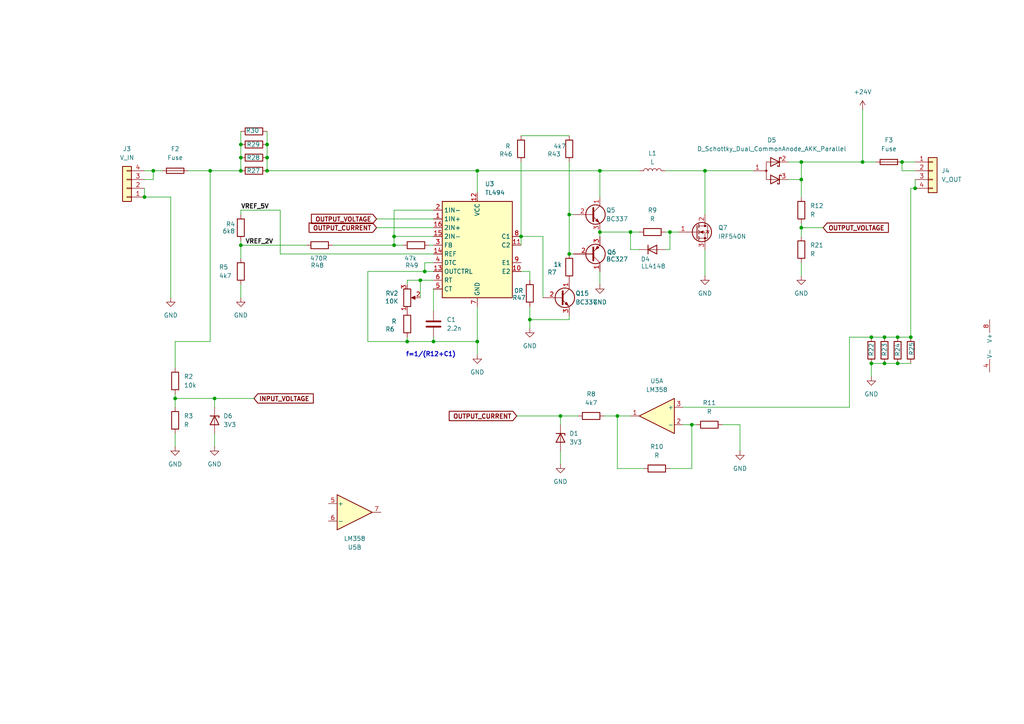
<source format=kicad_sch>
(kicad_sch (version 20231120) (generator "eeschema") (generator_version "8.0")
  (paper "A4")
  (lib_symbols
    (symbol "Amplifier_Operational:LM358" (pin_names (offset 0.127))
      (property "Reference" "U" (at 0 5.08 0))
      (property "Value" "LM358" (at 0 -5.08 0))
      (symbol "LM358_1_1"
        (polyline (pts (xy -5.08 5.08) (xy 5.08 0) (xy -5.08 -5.08) (xy -5.08 5.08)) (stroke (width 0.254)) (fill (type background)))
        (pin output line (at 7.62 0 180) (length 2.54) (name "~") (number "1"))
        (pin input line (at -7.62 -2.54 0) (length 2.54) (name "-") (number "2"))
        (pin input line (at -7.62 2.54 0) (length 2.54) (name "+") (number "3"))
      )
      (symbol "LM358_2_1"
        (polyline (pts (xy -5.08 5.08) (xy 5.08 0) (xy -5.08 -5.08) (xy -5.08 5.08)) (stroke (width 0.254)) (fill (type background)))
        (pin input line (at -7.62 2.54 0) (length 2.54) (name "+") (number "5"))
        (pin input line (at -7.62 -2.54 0) (length 2.54) (name "-") (number "6"))
        (pin output line (at 7.62 0 180) (length 2.54) (name "~") (number "7"))
      )
      (symbol "LM358_3_1"
        (pin power_in line (at -2.54 -7.62 90) (length 3.81) (name "V-") (number "4"))
        (pin power_in line (at -2.54 7.62 270) (length 3.81) (name "V+") (number "8"))
      )
    )
    (symbol "Connector_Generic:Conn_01x04" (pin_names (offset 1.016) hide)
      (property "Reference" "J" (at 0 5.08 0))
      (property "Value" "Conn_01x04" (at 0 -7.62 0))
      (symbol "Conn_01x04_1_1"
        (rectangle (start -1.27 -4.953) (end 0 -5.207) (stroke (width 0.1524)))
        (rectangle (start -1.27 -2.413) (end 0 -2.667) (stroke (width 0.1524)))
        (rectangle (start -1.27 0.127) (end 0 -0.127) (stroke (width 0.1524)))
        (rectangle (start -1.27 2.667) (end 0 2.413) (stroke (width 0.1524)))
        (rectangle (start -1.27 3.81) (end 1.27 -6.35) (stroke (width 0.254)) (fill (type background)))
        (pin passive line (at -5.08 2.54 0) (length 3.81) (name "Pin_1") (number "1"))
        (pin passive line (at -5.08 0 0) (length 3.81) (name "Pin_2") (number "2"))
        (pin passive line (at -5.08 -2.54 0) (length 3.81) (name "Pin_3") (number "3"))
        (pin passive line (at -5.08 -5.08 0) (length 3.81) (name "Pin_4") (number "4"))
      )
    )
    (symbol "Device:C" (pin_numbers hide) (pin_names (offset 0.254))
      (property "Reference" "C" (at 0.635 2.54 0))
      (property "Value" "C" (at 0.635 -2.54 0))
      (symbol "C_0_1"
        (polyline (pts (xy -2.032 -0.762) (xy 2.032 -0.762)) (stroke (width 0.508)))
        (polyline (pts (xy -2.032 0.762) (xy 2.032 0.762)) (stroke (width 0.508)))
      )
      (symbol "C_1_1"
        (pin passive line (at 0 3.81 270) (length 2.794) (name "~") (number "1"))
        (pin passive line (at 0 -3.81 90) (length 2.794) (name "~") (number "2"))
      )
    )
    (symbol "Device:D_Schottky_Dual_CommonAnode_AKK_Parallel" (pin_names (offset 0.762) hide)
      (property "Reference" "D" (at 0 5.08 0))
      (property "Value" "D_Schottky_Dual_CommonAnode_AKK_Parallel" (at 0 -5.08 0))
      (symbol "D_Schottky_Dual_CommonAnode_AKK_Parallel_0_1"
        (circle (center -1.27 0) (radius 0.254) (fill (type outline)))
        (polyline (pts (xy -1.27 0) (xy -2.54 0)))
        (polyline (pts (xy 2.54 2.54) (xy -1.27 2.54) (xy -1.27 -2.54) (xy 2.54 -2.54)))
        (polyline (pts (xy 0 -1.27) (xy 2.54 -2.54) (xy 0 -3.81) (xy 0 -1.27) (xy 0 -1.27) (xy 0 -1.27)) (stroke (width 0.254)))
        (polyline (pts (xy 0 3.81) (xy 2.54 2.54) (xy 0 1.27) (xy 0 3.81) (xy 0 3.81) (xy 0 3.81)) (stroke (width 0.254)))
        (polyline (pts (xy 3.048 -1.524) (xy 3.048 -1.27) (xy 2.54 -1.27) (xy 2.54 -3.81) (xy 2.032 -3.81) (xy 2.032 -3.556)) (stroke (width 0.254)))
        (polyline (pts (xy 3.048 3.556) (xy 3.048 3.81) (xy 2.54 3.81) (xy 2.54 1.27) (xy 2.032 1.27) (xy 2.032 1.524)) (stroke (width 0.254)))
        (pin passive line (at -5.08 0 0) (length 2.54) (name "A") (number "1"))
        (pin passive line (at 5.08 2.54 180) (length 2.54) (name "K") (number "2"))
        (pin passive line (at 5.08 -2.54 180) (length 2.54) (name "K") (number "3"))
      )
    )
    (symbol "Device:D_Zener" (pin_numbers hide) (pin_names (offset 1.016) hide)
      (property "Reference" "D" (at 0 2.54 0))
      (property "Value" "D_Zener" (at 0 -2.54 0))
      (symbol "D_Zener_0_1"
        (polyline (pts (xy 1.27 0) (xy -1.27 0)))
        (polyline (pts (xy -1.27 -1.27) (xy -1.27 1.27) (xy -0.762 1.27)) (stroke (width 0.254)))
        (polyline (pts (xy 1.27 -1.27) (xy 1.27 1.27) (xy -1.27 0) (xy 1.27 -1.27)) (stroke (width 0.254)))
      )
      (symbol "D_Zener_1_1"
        (pin passive line (at -3.81 0 0) (length 2.54) (name "K") (number "1"))
        (pin passive line (at 3.81 0 180) (length 2.54) (name "A") (number "2"))
      )
    )
    (symbol "Device:Fuse" (pin_numbers hide) (pin_names (offset 0))
      (property "Reference" "F" (at 2.032 0 90))
      (property "Value" "Fuse" (at -1.905 0 90))
      (symbol "Fuse_0_1"
        (rectangle (start -0.762 -2.54) (end 0.762 2.54) (stroke (width 0.254)))
        (polyline (pts (xy 0 2.54) (xy 0 -2.54)))
      )
      (symbol "Fuse_1_1"
        (pin passive line (at 0 3.81 270) (length 1.27) (name "~") (number "1"))
        (pin passive line (at 0 -3.81 90) (length 1.27) (name "~") (number "2"))
      )
    )
    (symbol "Device:L" (pin_numbers hide) (pin_names (offset 1.016) hide)
      (property "Reference" "L" (at -1.27 0 90))
      (property "Value" "L" (at 1.905 0 90))
      (symbol "L_0_1"
        (arc (start 0 -2.54) (mid 0.6323 -1.905) (end 0 -1.27))
        (arc (start 0 -1.27) (mid 0.6323 -0.635) (end 0 0))
        (arc (start 0 0) (mid 0.6323 0.635) (end 0 1.27))
        (arc (start 0 1.27) (mid 0.6323 1.905) (end 0 2.54))
      )
      (symbol "L_1_1"
        (pin passive line (at 0 3.81 270) (length 1.27) (name "1") (number "1"))
        (pin passive line (at 0 -3.81 90) (length 1.27) (name "2") (number "2"))
      )
    )
    (symbol "Device:R" (pin_numbers hide) (pin_names (offset 0))
      (property "Reference" "R" (at 2.032 0 90))
      (property "Value" "R" (at 0 0 90))
      (symbol "R_0_1"
        (rectangle (start -1.016 -2.54) (end 1.016 2.54) (stroke (width 0.254)))
      )
      (symbol "R_1_1"
        (pin passive line (at 0 3.81 270) (length 1.27) (name "~") (number "1"))
        (pin passive line (at 0 -3.81 90) (length 1.27) (name "~") (number "2"))
      )
    )
    (symbol "Device:R_Potentiometer" (pin_names (offset 1.016) hide)
      (property "Reference" "RV" (at -4.445 0 90))
      (property "Value" "R_Potentiometer" (at -2.54 0 90))
      (symbol "R_Potentiometer_0_1"
        (polyline (pts (xy 2.54 0) (xy 1.524 0)))
        (polyline (pts (xy 1.143 0) (xy 2.286 0.508) (xy 2.286 -0.508) (xy 1.143 0)) (fill (type outline)))
        (rectangle (start 1.016 2.54) (end -1.016 -2.54) (stroke (width 0.254)))
      )
      (symbol "R_Potentiometer_1_1"
        (pin passive line (at 0 3.81 270) (length 1.27) (name "1") (number "1"))
        (pin passive line (at 3.81 0 180) (length 1.27) (name "2") (number "2"))
        (pin passive line (at 0 -3.81 90) (length 1.27) (name "3") (number "3"))
      )
    )
    (symbol "Diode:LL4148" (pin_numbers hide) (pin_names hide)
      (property "Reference" "D" (at 0 2.54 0))
      (property "Value" "LL4148" (at 0 -2.54 0))
      (symbol "LL4148_0_1"
        (polyline (pts (xy -1.27 1.27) (xy -1.27 -1.27)) (stroke (width 0.254)))
        (polyline (pts (xy 1.27 0) (xy -1.27 0)))
        (polyline (pts (xy 1.27 1.27) (xy 1.27 -1.27) (xy -1.27 0) (xy 1.27 1.27)) (stroke (width 0.254)))
      )
      (symbol "LL4148_1_1"
        (pin passive line (at -3.81 0 0) (length 2.54) (name "K") (number "1"))
        (pin passive line (at 3.81 0 180) (length 2.54) (name "A") (number "2"))
      )
    )
    (symbol "Regulator_Controller:TL494"
      (property "Reference" "U" (at 3.81 19.05 0))
      (property "Value" "TL494" (at 3.81 16.51 0))
      (symbol "TL494_0_1"
        (rectangle (start -10.16 -12.7) (end 10.16 15.24) (stroke (width 0.254)) (fill (type background)))
      )
      (symbol "TL494_1_1"
        (pin input line (at -12.7 10.16 0) (length 2.54) (name "1IN+") (number "1"))
        (pin passive line (at 12.7 -5.08 180) (length 2.54) (name "E2") (number "10"))
        (pin passive line (at 12.7 2.54 180) (length 2.54) (name "C2") (number "11"))
        (pin power_in line (at 0 17.78 270) (length 2.54) (name "VCC") (number "12"))
        (pin input line (at -12.7 -5.08 0) (length 2.54) (name "OUTCTRL") (number "13"))
        (pin power_out line (at -12.7 0 0) (length 2.54) (name "REF") (number "14"))
        (pin input line (at -12.7 5.08 0) (length 2.54) (name "2IN-") (number "15"))
        (pin input line (at -12.7 7.62 0) (length 2.54) (name "2IN+") (number "16"))
        (pin input line (at -12.7 12.7 0) (length 2.54) (name "1IN-") (number "2"))
        (pin output line (at -12.7 2.54 0) (length 2.54) (name "FB") (number "3"))
        (pin input line (at -12.7 -2.54 0) (length 2.54) (name "DTC") (number "4"))
        (pin passive line (at -12.7 -10.16 0) (length 2.54) (name "CT") (number "5"))
        (pin passive line (at -12.7 -7.62 0) (length 2.54) (name "RT") (number "6"))
        (pin power_in line (at 0 -15.24 90) (length 2.54) (name "GND") (number "7"))
        (pin passive line (at 12.7 5.08 180) (length 2.54) (name "C1") (number "8"))
        (pin passive line (at 12.7 -2.54 180) (length 2.54) (name "E1") (number "9"))
      )
    )
    (symbol "Transistor_BJT:BC327" (pin_names (offset 0) hide)
      (property "Reference" "Q" (at 5.08 1.905 0))
      (property "Value" "BC327" (at 5.08 0 0))
      (symbol "BC327_0_1"
        (polyline (pts (xy 0.635 0.635) (xy 2.54 2.54)))
        (polyline (pts (xy 0.635 -0.635) (xy 2.54 -2.54) (xy 2.54 -2.54)))
        (polyline (pts (xy 0.635 1.905) (xy 0.635 -1.905) (xy 0.635 -1.905)) (stroke (width 0.508)))
        (polyline (pts (xy 2.286 -1.778) (xy 1.778 -2.286) (xy 1.27 -1.27) (xy 2.286 -1.778) (xy 2.286 -1.778)) (fill (type outline)))
        (circle (center 1.27 0) (radius 2.8194) (stroke (width 0.254)))
      )
      (symbol "BC327_1_1"
        (pin passive line (at 2.54 5.08 270) (length 2.54) (name "C") (number "1"))
        (pin input line (at -5.08 0 0) (length 5.715) (name "B") (number "2"))
        (pin passive line (at 2.54 -5.08 90) (length 2.54) (name "E") (number "3"))
      )
    )
    (symbol "Transistor_BJT:BC337" (pin_names (offset 0) hide)
      (property "Reference" "Q" (at 5.08 1.905 0))
      (property "Value" "BC337" (at 5.08 0 0))
      (symbol "BC337_0_1"
        (polyline (pts (xy 0 0) (xy 0.635 0)))
        (polyline (pts (xy 0.635 0.635) (xy 2.54 2.54)))
        (polyline (pts (xy 0.635 -0.635) (xy 2.54 -2.54) (xy 2.54 -2.54)))
        (polyline (pts (xy 0.635 1.905) (xy 0.635 -1.905) (xy 0.635 -1.905)) (stroke (width 0.508)))
        (polyline (pts (xy 1.27 -1.778) (xy 1.778 -1.27) (xy 2.286 -2.286) (xy 1.27 -1.778) (xy 1.27 -1.778)) (fill (type outline)))
        (circle (center 1.27 0) (radius 2.8194) (stroke (width 0.254)))
      )
      (symbol "BC337_1_1"
        (pin passive line (at 2.54 5.08 270) (length 2.54) (name "C") (number "1"))
        (pin input line (at -5.08 0 0) (length 5.08) (name "B") (number "2"))
        (pin passive line (at 2.54 -5.08 90) (length 2.54) (name "E") (number "3"))
      )
    )
    (symbol "Transistor_FET:IRF540N" (pin_names hide)
      (property "Reference" "Q" (at 5.08 1.905 0))
      (property "Value" "IRF540N" (at 5.08 0 0))
      (symbol "IRF540N_0_1"
        (polyline (pts (xy 0.254 0) (xy -2.54 0)))
        (polyline (pts (xy 0.254 1.905) (xy 0.254 -1.905)) (stroke (width 0.254)))
        (polyline (pts (xy 0.762 -1.27) (xy 0.762 -2.286)) (stroke (width 0.254)))
        (polyline (pts (xy 0.762 0.508) (xy 0.762 -0.508)) (stroke (width 0.254)))
        (polyline (pts (xy 0.762 2.286) (xy 0.762 1.27)) (stroke (width 0.254)))
        (polyline (pts (xy 2.54 2.54) (xy 2.54 1.778)))
        (polyline (pts (xy 2.54 -2.54) (xy 2.54 0) (xy 0.762 0)))
        (polyline (pts (xy 0.762 -1.778) (xy 3.302 -1.778) (xy 3.302 1.778) (xy 0.762 1.778)))
        (polyline (pts (xy 1.016 0) (xy 2.032 0.381) (xy 2.032 -0.381) (xy 1.016 0)) (fill (type outline)))
        (polyline (pts (xy 2.794 0.508) (xy 2.921 0.381) (xy 3.683 0.381) (xy 3.81 0.254)))
        (polyline (pts (xy 3.302 0.381) (xy 2.921 -0.254) (xy 3.683 -0.254) (xy 3.302 0.381)))
        (circle (center 1.651 0) (radius 2.794) (stroke (width 0.254)))
        (circle (center 2.54 -1.778) (radius 0.254) (fill (type outline)))
        (circle (center 2.54 1.778) (radius 0.254) (fill (type outline)))
      )
      (symbol "IRF540N_1_1"
        (pin input line (at -5.08 0 0) (length 2.54) (name "G") (number "1"))
        (pin passive line (at 2.54 5.08 270) (length 2.54) (name "D") (number "2"))
        (pin passive line (at 2.54 -5.08 90) (length 2.54) (name "S") (number "3"))
      )
    )
    (symbol "power:+24V" (power) (pin_numbers hide) (pin_names (offset 0) hide)
      (property "Value" "+24V" (at 0 3.556 0))
      (symbol "+24V_0_1"
        (polyline (pts (xy -0.762 1.27) (xy 0 2.54)))
        (polyline (pts (xy 0 0) (xy 0 2.54)))
        (polyline (pts (xy 0 2.54) (xy 0.762 1.27)))
      )
      (symbol "+24V_1_1"
        (pin power_in line (at 0 0 90) (length 0) (name "~") (number "1"))
      )
    )
    (symbol "power:GND" (power) (pin_numbers hide) (pin_names (offset 0) hide)
      (property "Value" "GND" (at 0 -3.81 0))
      (symbol "GND_0_1"
        (polyline (pts (xy 0 0) (xy 0 -1.27) (xy 1.27 -1.27) (xy 0 -2.54) (xy -1.27 -1.27) (xy 0 -1.27)))
      )
      (symbol "GND_1_1"
        (pin power_in line (at 0 0 270) (length 0) (name "~") (number "1"))
      )
    )
  )
  (junction (at 77.47 45.72))
  (junction (at 50.8 115.57))
  (junction (at 256.54 97.79))
  (junction (at 118.11 99.06))
  (junction (at 252.73 105.41))
  (junction (at 123.19 78.74))
  (junction (at 165.1 62.23))
  (junction (at 162.56 120.65))
  (junction (at 125.73 99.06))
  (junction (at 153.67 92.71))
  (junction (at 256.54 105.41))
  (junction (at 265.43 54.61))
  (junction (at 121.92 81.28))
  (junction (at 260.35 105.41))
  (junction (at 182.88 67.31))
  (junction (at 69.85 45.72))
  (junction (at 173.99 67.31))
  (junction (at 179.07 120.65))
  (junction (at 41.91 57.15))
  (junction (at 77.47 41.91))
  (junction (at 69.85 71.12))
  (junction (at 165.1 73.66))
  (junction (at 60.96 49.53))
  (junction (at 69.85 41.91))
  (junction (at 204.47 49.53))
  (junction (at 260.35 97.79))
  (junction (at 232.41 46.99))
  (junction (at 114.3 68.58))
  (junction (at 44.45 49.53))
  (junction (at 232.41 52.07))
  (junction (at 151.13 68.58))
  (junction (at 138.43 49.53))
  (junction (at 173.99 49.53))
  (junction (at 261.62 46.99))
  (junction (at 194.31 67.31))
  (junction (at 69.85 49.53))
  (junction (at 77.47 49.53))
  (junction (at 250.19 46.99))
  (junction (at 252.73 97.79))
  (junction (at 138.43 99.06))
  (junction (at 200.66 123.19))
  (junction (at 114.3 71.12))
  (junction (at 232.41 66.04))
  (junction (at 62.23 115.57))
  (junction (at 264.16 97.79))
  (wire (pts (xy 118.11 99.06) (xy 125.73 99.06)))
  (wire (pts (xy 77.47 41.91) (xy 77.47 38.1)))
  (wire (pts (xy 138.43 49.53) (xy 138.43 55.88)))
  (wire (pts (xy 204.47 49.53) (xy 204.47 62.23)))
  (wire (pts (xy 185.42 72.39) (xy 182.88 72.39)))
  (wire (pts (xy 121.92 81.28) (xy 121.92 86.36)))
  (wire (pts (xy 54.61 49.53) (xy 60.96 49.53)))
  (wire (pts (xy 256.54 97.79) (xy 260.35 97.79)))
  (wire (pts (xy 252.73 105.41) (xy 252.73 109.22)))
  (wire (pts (xy 138.43 49.53) (xy 173.99 49.53)))
  (wire (pts (xy 151.13 46.99) (xy 151.13 68.58)))
  (wire (pts (xy 246.38 118.11) (xy 246.38 97.79)))
  (wire (pts (xy 114.3 71.12) (xy 116.84 71.12)))
  (wire (pts (xy 260.35 105.41) (xy 264.16 105.41)))
  (wire (pts (xy 62.23 125.73) (xy 62.23 129.54)))
  (wire (pts (xy 151.13 68.58) (xy 151.13 71.12)))
  (wire (pts (xy 232.41 66.04) (xy 232.41 68.58)))
  (wire (pts (xy 232.41 52.07) (xy 232.41 46.99)))
  (wire (pts (xy 60.96 49.53) (xy 60.96 99.06)))
  (wire (pts (xy 165.1 73.66) (xy 165.1 62.23)))
  (wire (pts (xy 96.52 71.12) (xy 114.3 71.12)))
  (wire (pts (xy 260.35 97.79) (xy 264.16 97.79)))
  (wire (pts (xy 198.12 118.11) (xy 246.38 118.11)))
  (wire (pts (xy 182.88 72.39) (xy 182.88 67.31)))
  (wire (pts (xy 204.47 49.53) (xy 218.44 49.53)))
  (wire (pts (xy 153.67 78.74) (xy 153.67 81.28)))
  (wire (pts (xy 265.43 49.53) (xy 261.62 49.53)))
  (wire (pts (xy 175.26 120.65) (xy 179.07 120.65)))
  (wire (pts (xy 62.23 115.57) (xy 73.66 115.57)))
  (wire (pts (xy 194.31 135.89) (xy 200.66 135.89)))
  (wire (pts (xy 173.99 67.31) (xy 182.88 67.31)))
  (wire (pts (xy 193.04 72.39) (xy 194.31 72.39)))
  (wire (pts (xy 69.85 71.12) (xy 69.85 74.93)))
  (wire (pts (xy 162.56 120.65) (xy 162.56 123.19)))
  (wire (pts (xy 232.41 52.07) (xy 232.41 57.15)))
  (wire (pts (xy 214.63 123.19) (xy 214.63 130.81)))
  (wire (pts (xy 44.45 52.07) (xy 44.45 49.53)))
  (wire (pts (xy 198.12 123.19) (xy 200.66 123.19)))
  (wire (pts (xy 69.85 82.55) (xy 69.85 86.36)))
  (wire (pts (xy 261.62 46.99) (xy 265.43 46.99)))
  (wire (pts (xy 50.8 99.06) (xy 50.8 106.68)))
  (wire (pts (xy 173.99 57.15) (xy 173.99 49.53)))
  (wire (pts (xy 232.41 66.04) (xy 238.76 66.04)))
  (wire (pts (xy 69.85 45.72) (xy 69.85 49.53)))
  (wire (pts (xy 77.47 49.53) (xy 138.43 49.53)))
  (wire (pts (xy 41.91 54.61) (xy 41.91 57.15)))
  (wire (pts (xy 69.85 41.91) (xy 69.85 45.72)))
  (wire (pts (xy 118.11 81.28) (xy 121.92 81.28)))
  (wire (pts (xy 165.1 39.37) (xy 151.13 39.37)))
  (wire (pts (xy 250.19 46.99) (xy 254 46.99)))
  (wire (pts (xy 204.47 72.39) (xy 204.47 80.01)))
  (wire (pts (xy 125.73 83.82) (xy 125.73 90.17)))
  (wire (pts (xy 125.73 81.28) (xy 121.92 81.28)))
  (wire (pts (xy 265.43 52.07) (xy 265.43 54.61)))
  (wire (pts (xy 138.43 99.06) (xy 138.43 102.87)))
  (wire (pts (xy 264.16 54.61) (xy 264.16 97.79)))
  (wire (pts (xy 246.38 97.79) (xy 252.73 97.79)))
  (wire (pts (xy 109.22 66.04) (xy 125.73 66.04)))
  (wire (pts (xy 232.41 76.2) (xy 232.41 80.01)))
  (wire (pts (xy 124.46 71.12) (xy 125.73 71.12)))
  (wire (pts (xy 109.22 63.5) (xy 125.73 63.5)))
  (wire (pts (xy 228.6 52.07) (xy 232.41 52.07)))
  (wire (pts (xy 179.07 120.65) (xy 182.88 120.65)))
  (wire (pts (xy 228.6 46.99) (xy 232.41 46.99)))
  (wire (pts (xy 167.64 120.65) (xy 162.56 120.65)))
  (wire (pts (xy 125.73 60.96) (xy 114.3 60.96)))
  (wire (pts (xy 193.04 67.31) (xy 194.31 67.31)))
  (wire (pts (xy 252.73 105.41) (xy 256.54 105.41)))
  (wire (pts (xy 81.28 73.66) (xy 125.73 73.66)))
  (wire (pts (xy 114.3 71.12) (xy 114.3 68.58)))
  (wire (pts (xy 123.19 76.2) (xy 123.19 78.74)))
  (wire (pts (xy 69.85 60.96) (xy 69.85 62.23)))
  (wire (pts (xy 125.73 68.58) (xy 114.3 68.58)))
  (wire (pts (xy 173.99 67.31) (xy 173.99 68.58)))
  (wire (pts (xy 69.85 69.85) (xy 69.85 71.12)))
  (wire (pts (xy 41.91 52.07) (xy 44.45 52.07)))
  (wire (pts (xy 106.68 78.74) (xy 106.68 99.06)))
  (wire (pts (xy 50.8 115.57) (xy 50.8 118.11)))
  (wire (pts (xy 50.8 115.57) (xy 62.23 115.57)))
  (wire (pts (xy 118.11 97.79) (xy 118.11 99.06)))
  (wire (pts (xy 173.99 49.53) (xy 185.42 49.53)))
  (wire (pts (xy 50.8 114.3) (xy 50.8 115.57)))
  (wire (pts (xy 41.91 49.53) (xy 44.45 49.53)))
  (wire (pts (xy 157.48 86.36) (xy 157.48 68.58)))
  (wire (pts (xy 186.69 135.89) (xy 179.07 135.89)))
  (wire (pts (xy 194.31 72.39) (xy 194.31 67.31)))
  (wire (pts (xy 44.45 49.53) (xy 46.99 49.53)))
  (wire (pts (xy 256.54 105.41) (xy 260.35 105.41)))
  (wire (pts (xy 173.99 78.74) (xy 173.99 82.55)))
  (wire (pts (xy 77.47 49.53) (xy 77.47 45.72)))
  (wire (pts (xy 77.47 45.72) (xy 77.47 41.91)))
  (wire (pts (xy 138.43 88.9) (xy 138.43 99.06)))
  (wire (pts (xy 81.28 73.66) (xy 81.28 60.96)))
  (wire (pts (xy 153.67 95.25) (xy 153.67 92.71)))
  (wire (pts (xy 264.16 54.61) (xy 265.43 54.61)))
  (wire (pts (xy 193.04 49.53) (xy 204.47 49.53)))
  (wire (pts (xy 151.13 78.74) (xy 153.67 78.74)))
  (wire (pts (xy 69.85 60.96) (xy 81.28 60.96)))
  (wire (pts (xy 153.67 92.71) (xy 165.1 92.71)))
  (wire (pts (xy 157.48 68.58) (xy 151.13 68.58)))
  (wire (pts (xy 200.66 123.19) (xy 201.93 123.19)))
  (wire (pts (xy 232.41 46.99) (xy 250.19 46.99)))
  (wire (pts (xy 125.73 76.2) (xy 123.19 76.2)))
  (wire (pts (xy 60.96 49.53) (xy 69.85 49.53)))
  (wire (pts (xy 106.68 99.06) (xy 118.11 99.06)))
  (wire (pts (xy 153.67 92.71) (xy 153.67 88.9)))
  (wire (pts (xy 123.19 78.74) (xy 106.68 78.74)))
  (wire (pts (xy 250.19 31.75) (xy 250.19 46.99)))
  (wire (pts (xy 165.1 62.23) (xy 166.37 62.23)))
  (wire (pts (xy 166.37 73.66) (xy 165.1 73.66)))
  (wire (pts (xy 200.66 123.19) (xy 200.66 135.89)))
  (wire (pts (xy 179.07 135.89) (xy 179.07 120.65)))
  (wire (pts (xy 118.11 81.28) (xy 118.11 82.55)))
  (wire (pts (xy 62.23 115.57) (xy 62.23 118.11)))
  (wire (pts (xy 69.85 38.1) (xy 69.85 41.91)))
  (wire (pts (xy 252.73 97.79) (xy 256.54 97.79)))
  (wire (pts (xy 50.8 99.06) (xy 60.96 99.06)))
  (wire (pts (xy 125.73 78.74) (xy 123.19 78.74)))
  (wire (pts (xy 232.41 64.77) (xy 232.41 66.04)))
  (wire (pts (xy 162.56 130.81) (xy 162.56 134.62)))
  (wire (pts (xy 261.62 49.53) (xy 261.62 46.99)))
  (wire (pts (xy 49.53 57.15) (xy 49.53 86.36)))
  (wire (pts (xy 125.73 99.06) (xy 138.43 99.06)))
  (wire (pts (xy 209.55 123.19) (xy 214.63 123.19)))
  (wire (pts (xy 125.73 97.79) (xy 125.73 99.06)))
  (wire (pts (xy 149.86 120.65) (xy 162.56 120.65)))
  (wire (pts (xy 50.8 125.73) (xy 50.8 129.54)))
  (wire (pts (xy 41.91 57.15) (xy 49.53 57.15)))
  (wire (pts (xy 165.1 46.99) (xy 165.1 62.23)))
  (wire (pts (xy 114.3 60.96) (xy 114.3 68.58)))
  (wire (pts (xy 182.88 67.31) (xy 185.42 67.31)))
  (wire (pts (xy 194.31 67.31) (xy 196.85 67.31)))
  (wire (pts (xy 165.1 92.71) (xy 165.1 91.44)))
  (wire (pts (xy 69.85 71.12) (xy 88.9 71.12)))
  (text "f=1/(R12+C1)" (at 124.968 102.87 0) (effects (font (size 1.27 1.27) (thickness 0.254) (bold yes))))
  (label "VREF_2V" (at 71.12 71.12 0) (effects (font (bold yes))))
  (label "VREF_5V" (at 69.85 60.96 0) (effects (font (bold yes))))
  (global_label "INPUT_VOLTAGE" (shape input) (at 73.66 115.57 0) (effects (font (bold yes))) (property "Intersheetrefs" "${INTERSHEET_REFS}" (effects (hide yes))))
  (global_label "OUTPUT_CURRENT" (shape input) (at 149.86 120.65 180) (effects (font (bold yes))) (property "Intersheetrefs" "${INTERSHEET_REFS}" (effects (hide yes))))
  (global_label "OUTPUT_VOLTAGE" (shape input) (at 238.76 66.04 0) (effects (font (bold yes))) (property "Intersheetrefs" "${INTERSHEET_REFS}" (effects (hide yes))))
  (global_label "OUTPUT_CURRENT" (shape input) (at 109.22 66.04 180) (effects (font (bold yes))) (property "Intersheetrefs" "${INTERSHEET_REFS}" (effects (hide yes))))
  (global_label "OUTPUT_VOLTAGE" (shape input) (at 109.22 63.5 180) (effects (font (bold yes))) (property "Intersheetrefs" "${INTERSHEET_REFS}" (effects (hide yes))))
  (symbol (lib_id "power:GND") (at 138.43 102.87 0) (unit 1)
    (property "Reference" "#PWR04" (effects (hide yes)))
    (property "Value" "GND" (at 138.43 107.95 0))
    (property "Description" "Power symbol creates a global label with name \"GND\" , ground" (effects (hide yes)))
  )
  (symbol (lib_id "power:GND") (at 204.47 80.01 0) (unit 1)
    (property "Reference" "#PWR07" (effects (hide yes)))
    (property "Value" "GND" (at 204.47 85.09 0))
    (property "Description" "Power symbol creates a global label with name \"GND\" , ground" (effects (hide yes)))
  )
  (symbol (lib_id "Device:R") (at 73.66 41.91 270) (unit 1)
    (property "Reference" "R29" (at 75.438 41.91 90) (effects (justify right)))
    (property "Value" "R" (effects (hide yes)))
    (property "Footprint" "Resistor_SMD:R_0805_2012Metric" (effects (hide yes)))
    (property "Description" "Resistor" (effects (hide yes)))
  )
  (symbol (lib_id "Device:R") (at 120.65 71.12 90) (unit 1)
    (property "Reference" "R49" (at 121.412 76.962 90) (effects (justify left)))
    (property "Value" "47k" (at 120.904 74.93 90) (effects (justify left)))
    (property "Footprint" "Resistor_SMD:R_0805_2012Metric" (effects (hide yes)))
    (property "Description" "Resistor" (effects (hide yes)))
  )
  (symbol (lib_id "Device:R") (at 69.85 66.04 0) (unit 1)
    (property "Reference" "R4" (at 65.532 65.024 0) (effects (justify left)))
    (property "Value" "6k8" (at 64.516 67.056 0) (effects (justify left)))
    (property "Footprint" "Resistor_SMD:R_0805_2012Metric" (effects (hide yes)))
    (property "Description" "Resistor" (effects (hide yes)))
  )
  (symbol (lib_id "Device:R") (at 171.45 120.65 90) (unit 1)
    (property "Reference" "R8" (at 171.45 114.3 90))
    (property "Value" "4k7" (at 171.45 116.84 90))
    (property "Footprint" "Resistor_SMD:R_0805_2012Metric" (effects (hide yes)))
    (property "Description" "Resistor" (effects (hide yes)))
  )
  (symbol (lib_id "power:GND") (at 153.67 95.25 0) (unit 1)
    (property "Reference" "#PWR061" (effects (hide yes)))
    (property "Value" "GND" (at 153.67 100.33 0))
    (property "Description" "Power symbol creates a global label with name \"GND\" , ground" (effects (hide yes)))
  )
  (symbol (lib_id "Device:R") (at 151.13 43.18 0) (unit 1)
    (property "Reference" "R46" (at 144.78 44.704 0) (effects (justify left)))
    (property "Value" "R" (at 146.558 42.418 0) (effects (justify left)))
    (property "Footprint" "Resistor_SMD:R_0805_2012Metric" (effects (hide yes)))
    (property "Description" "Resistor" (effects (hide yes)))
  )
  (symbol (lib_id "Amplifier_Operational:LM358") (at 102.87 148.59 0) (unit 2)
    (property "Reference" "U5" (at 102.87 158.75 0))
    (property "Value" "LM358" (at 102.87 156.21 0))
    (property "Datasheet" "http://www.ti.com/lit/ds/symlink/lm2904-n.pdf" (effects (hide yes)))
    (property "Description" "Low-Power, Dual Operational Amplifiers, DIP-8/SOIC-8/TO-99-8" (effects (hide yes)))
  )
  (symbol (lib_id "Transistor_BJT:BC337") (at 171.45 62.23 0) (unit 1)
    (property "Reference" "Q5" (at 175.768 60.96 0) (effects (justify left)))
    (property "Value" "BC337" (at 175.768 63.5 0) (effects (justify left)))
    (property "Footprint" "Package_TO_SOT_THT:TO-92_Inline" (effects (hide yes)))
    (property "Datasheet" "https://diotec.com/tl_files/diotec/files/pdf/datasheets/bc337.pdf" (effects (hide yes)))
    (property "Description" "0.8A Ic, 45V Vce, NPN Transistor, TO-92" (effects (hide yes)))
  )
  (symbol (lib_id "Device:R") (at 73.66 45.72 270) (unit 1)
    (property "Reference" "R28" (at 75.438 45.72 90) (effects (justify right)))
    (property "Value" "R" (effects (hide yes)))
    (property "Footprint" "Resistor_SMD:R_0805_2012Metric" (effects (hide yes)))
    (property "Description" "Resistor" (effects (hide yes)))
  )
  (symbol (lib_id "Device:R") (at 260.35 101.6 180) (unit 1)
    (property "Reference" "R24" (at 260.35 103.378 90) (effects (justify right)))
    (property "Value" "R" (effects (hide yes)))
    (property "Footprint" "Resistor_SMD:R_0805_2012Metric" (effects (hide yes)))
    (property "Description" "Resistor" (effects (hide yes)))
  )
  (symbol (lib_id "power:GND") (at 50.8 129.54 0) (unit 1)
    (property "Reference" "#PWR02" (effects (hide yes)))
    (property "Value" "GND" (at 50.8 134.62 0))
    (property "Description" "Power symbol creates a global label with name \"GND\" , ground" (effects (hide yes)))
  )
  (symbol (lib_id "Device:Fuse") (at 257.81 46.99 90) (unit 1)
    (property "Reference" "F3" (at 257.81 40.64 90))
    (property "Value" "Fuse" (at 257.81 43.18 90))
    (property "Description" "Fuse" (effects (hide yes)))
  )
  (symbol (lib_id "power:GND") (at 62.23 129.54 0) (unit 1)
    (property "Reference" "#PWR034" (effects (hide yes)))
    (property "Value" "GND" (at 62.23 134.62 0))
    (property "Description" "Power symbol creates a global label with name \"GND\" , ground" (effects (hide yes)))
  )
  (symbol (lib_id "Connector_Generic:Conn_01x04") (at 270.51 49.53 0) (unit 1)
    (property "Reference" "J4" (at 273.05 49.5299 0) (effects (justify left)))
    (property "Value" "V_OUT" (at 273.05 52.0699 0) (effects (justify left)))
    (property "Description" "Generic connector, single row, 01x04, script generated (kicad-library-utils/schlib/autogen/connector/)" (effects (hide yes)))
  )
  (symbol (lib_id "Connector_Generic:Conn_01x04") (at 36.83 54.61 180) (unit 1)
    (property "Reference" "J3" (at 36.83 43.18 0))
    (property "Value" "V_IN" (at 36.83 45.72 0))
    (property "Description" "Generic connector, single row, 01x04, script generated (kicad-library-utils/schlib/autogen/connector/)" (effects (hide yes)))
  )
  (symbol (lib_id "Device:R") (at 73.66 38.1 270) (unit 1)
    (property "Reference" "R30" (at 75.184 37.846 90) (effects (justify right)))
    (property "Value" "100mR" (effects (hide yes)))
    (property "Footprint" "Resistor_SMD:R_0805_2012Metric" (effects (hide yes)))
    (property "Description" "Resistor" (effects (hide yes)))
  )
  (symbol (lib_id "Device:R") (at 69.85 78.74 0) (unit 1)
    (property "Reference" "R5" (at 63.5 77.47 0) (effects (justify left)))
    (property "Value" "4k7" (at 63.5 80.01 0) (effects (justify left)))
    (property "Footprint" "Resistor_SMD:R_0805_2012Metric" (effects (hide yes)))
    (property "Description" "Resistor" (effects (hide yes)))
  )
  (symbol (lib_id "power:GND") (at 69.85 86.36 0) (unit 1)
    (property "Reference" "#PWR03" (effects (hide yes)))
    (property "Value" "GND" (at 69.85 91.44 0))
    (property "Description" "Power symbol creates a global label with name \"GND\" , ground" (effects (hide yes)))
  )
  (symbol (lib_id "Device:L") (at 189.23 49.53 90) (unit 1)
    (property "Reference" "L1" (at 189.23 44.45 90))
    (property "Value" "L" (at 189.23 46.99 90))
    (property "Description" "Inductor" (effects (hide yes)))
  )
  (symbol (lib_id "Device:D_Zener") (at 162.56 127 270) (unit 1)
    (property "Reference" "D1" (at 165.1 125.7299 90) (effects (justify left)))
    (property "Value" "3V3" (at 165.1 128.2699 90) (effects (justify left)))
    (property "Description" "Zener diode" (effects (hide yes)))
  )
  (symbol (lib_id "power:GND") (at 162.56 134.62 0) (unit 1)
    (property "Reference" "#PWR05" (effects (hide yes)))
    (property "Value" "GND" (at 162.56 139.7 0))
    (property "Description" "Power symbol creates a global label with name \"GND\" , ground" (effects (hide yes)))
  )
  (symbol (lib_id "Amplifier_Operational:LM358") (at 190.5 120.65 0) (mirror y) (unit 1)
    (property "Reference" "U5" (at 190.5 110.49 0))
    (property "Value" "LM358" (at 190.5 113.03 0))
    (property "Datasheet" "http://www.ti.com/lit/ds/symlink/lm2904-n.pdf" (effects (hide yes)))
    (property "Description" "Low-Power, Dual Operational Amplifiers, DIP-8/SOIC-8/TO-99-8" (effects (hide yes)))
  )
  (symbol (lib_id "Device:R") (at 189.23 67.31 90) (unit 1)
    (property "Reference" "R9" (at 189.23 60.96 90))
    (property "Value" "R" (at 189.23 63.5 90))
    (property "Footprint" "Resistor_SMD:R_0805_2012Metric" (effects (hide yes)))
    (property "Description" "Resistor" (effects (hide yes)))
  )
  (symbol (lib_id "Device:Fuse") (at 50.8 49.53 90) (unit 1)
    (property "Reference" "F2" (at 50.8 43.18 90))
    (property "Value" "Fuse" (at 50.8 45.72 90))
    (property "Description" "Fuse" (effects (hide yes)))
  )
  (symbol (lib_id "Transistor_BJT:BC327") (at 171.45 73.66 0) (mirror x) (unit 1)
    (property "Reference" "Q6" (at 176.022 73.152 0) (effects (justify left)))
    (property "Value" "BC327" (at 175.768 75.184 0) (effects (justify left)))
    (property "Footprint" "Package_TO_SOT_THT:TO-92_Inline" (effects (hide yes)))
    (property "Datasheet" "http://www.onsemi.com/pub_link/Collateral/BC327-D.PDF" (effects (hide yes)))
    (property "Description" "0.8A Ic, 45V Vce, PNP Transistor, TO-92" (effects (hide yes)))
  )
  (symbol (lib_id "power:GND") (at 252.73 109.22 0) (unit 1)
    (property "Reference" "#PWR030" (effects (hide yes)))
    (property "Value" "GND" (at 252.73 114.3 0))
    (property "Description" "Power symbol creates a global label with name \"GND\" , ground" (effects (hide yes)))
  )
  (symbol (lib_id "Device:R") (at 92.71 71.12 90) (unit 1)
    (property "Reference" "R48" (at 93.98 76.962 90) (effects (justify left)))
    (property "Value" "470R" (at 94.996 74.93 90) (effects (justify left)))
    (property "Footprint" "Resistor_SMD:R_0805_2012Metric" (effects (hide yes)))
    (property "Description" "Resistor" (effects (hide yes)))
  )
  (symbol (lib_id "Device:R") (at 165.1 43.18 0) (unit 1)
    (property "Reference" "R43" (at 158.75 44.704 0) (effects (justify left)))
    (property "Value" "4k7" (at 160.528 42.418 0) (effects (justify left)))
    (property "Footprint" "Resistor_SMD:R_0805_2012Metric" (effects (hide yes)))
    (property "Description" "Resistor" (effects (hide yes)))
  )
  (symbol (lib_id "Device:C") (at 125.73 93.98 0) (unit 1)
    (property "Reference" "C1" (at 129.54 92.7099 0) (effects (justify left)))
    (property "Value" "2.2n" (at 129.54 95.2499 0) (effects (justify left)))
    (property "Description" "Unpolarized capacitor" (effects (hide yes)))
  )
  (symbol (lib_id "Regulator_Controller:TL494") (at 138.43 73.66 0) (unit 1)
    (property "Reference" "U3" (at 140.6241 53.34 0) (effects (justify left)))
    (property "Value" "TL494" (at 140.6241 55.88 0) (effects (justify left)))
    (property "Datasheet" "http://www.ti.com/lit/ds/symlink/tl494.pdf" (effects (hide yes)))
    (property "Description" "Pulse-Width-Modulation Control Circuits, PDIP-16/SOIC-16/TSSOP-16" (effects (hide yes)))
  )
  (symbol (lib_id "power:GND") (at 173.99 82.55 0) (unit 1)
    (property "Reference" "#PWR06" (effects (hide yes)))
    (property "Value" "GND" (at 173.99 87.63 0))
    (property "Description" "Power symbol creates a global label with name \"GND\" , ground" (effects (hide yes)))
  )
  (symbol (lib_id "Device:R") (at 264.16 101.6 180) (unit 1)
    (property "Reference" "R25" (at 264.414 103.124 90) (effects (justify right)))
    (property "Value" "100mR" (effects (hide yes)))
    (property "Footprint" "Resistor_SMD:R_0805_2012Metric" (effects (hide yes)))
    (property "Description" "Resistor" (effects (hide yes)))
  )
  (symbol (lib_id "power:GND") (at 214.63 130.81 0) (unit 1)
    (property "Reference" "#PWR028" (effects (hide yes)))
    (property "Value" "GND" (at 214.63 135.89 0))
    (property "Description" "Power symbol creates a global label with name \"GND\" , ground" (effects (hide yes)))
  )
  (symbol (lib_id "Device:R") (at 232.41 72.39 180) (unit 1)
    (property "Reference" "R21" (at 234.95 71.1199 0) (effects (justify right)))
    (property "Value" "R" (at 234.95 73.6599 0) (effects (justify right)))
    (property "Footprint" "Resistor_SMD:R_0805_2012Metric" (effects (hide yes)))
    (property "Description" "Resistor" (effects (hide yes)))
  )
  (symbol (lib_id "Device:R") (at 50.8 121.92 180) (unit 1)
    (property "Reference" "R3" (at 53.34 120.6499 0) (effects (justify right)))
    (property "Value" "R" (at 53.34 123.1899 0) (effects (justify right)))
    (property "Footprint" "Resistor_SMD:R_0805_2012Metric" (effects (hide yes)))
    (property "Description" "Resistor" (effects (hide yes)))
  )
  (symbol (lib_id "Device:D_Zener") (at 62.23 121.92 270) (unit 1)
    (property "Reference" "D6" (at 64.77 120.6499 90) (effects (justify left)))
    (property "Value" "3V3" (at 64.77 123.1899 90) (effects (justify left)))
    (property "Description" "Zener diode" (effects (hide yes)))
  )
  (symbol (lib_id "Device:R") (at 190.5 135.89 90) (unit 1)
    (property "Reference" "R10" (at 190.5 129.54 90))
    (property "Value" "R" (at 190.5 132.08 90))
    (property "Footprint" "Resistor_SMD:R_0805_2012Metric" (effects (hide yes)))
    (property "Description" "Resistor" (effects (hide yes)))
  )
  (symbol (lib_id "Device:R") (at 165.1 77.47 0) (unit 1)
    (property "Reference" "R7" (at 158.75 78.994 0) (effects (justify left)))
    (property "Value" "1k" (at 160.528 76.708 0) (effects (justify left)))
    (property "Footprint" "Resistor_SMD:R_0805_2012Metric" (effects (hide yes)))
    (property "Description" "Resistor" (effects (hide yes)))
  )
  (symbol (lib_id "Transistor_BJT:BC337") (at 162.56 86.36 0) (unit 1)
    (property "Reference" "Q15" (at 166.878 85.09 0) (effects (justify left)))
    (property "Value" "BC337" (at 166.878 87.63 0) (effects (justify left)))
    (property "Footprint" "Package_TO_SOT_THT:TO-92_Inline" (effects (hide yes)))
    (property "Datasheet" "https://diotec.com/tl_files/diotec/files/pdf/datasheets/bc337.pdf" (effects (hide yes)))
    (property "Description" "0.8A Ic, 45V Vce, NPN Transistor, TO-92" (effects (hide yes)))
  )
  (symbol (lib_id "power:GND") (at 232.41 80.01 0) (unit 1)
    (property "Reference" "#PWR029" (effects (hide yes)))
    (property "Value" "GND" (at 232.41 85.09 0))
    (property "Description" "Power symbol creates a global label with name \"GND\" , ground" (effects (hide yes)))
  )
  (symbol (lib_id "Device:R") (at 252.73 101.6 180) (unit 1)
    (property "Reference" "R22" (at 252.73 103.378 90) (effects (justify right)))
    (property "Value" "100mR" (effects (hide yes)))
    (property "Footprint" "Resistor_SMD:R_0805_2012Metric" (effects (hide yes)))
    (property "Description" "Resistor" (effects (hide yes)))
  )
  (symbol (lib_id "Device:R") (at 118.11 93.98 0) (unit 1)
    (property "Reference" "R6" (at 111.76 95.504 0) (effects (justify left)))
    (property "Value" "R" (at 113.538 93.218 0) (effects (justify left)))
    (property "Footprint" "Resistor_SMD:R_0805_2012Metric" (effects (hide yes)))
    (property "Description" "Resistor" (effects (hide yes)))
  )
  (symbol (lib_id "power:GND") (at 49.53 86.36 0) (unit 1)
    (property "Reference" "#PWR01" (effects (hide yes)))
    (property "Value" "GND" (at 49.53 91.44 0))
    (property "Description" "Power symbol creates a global label with name \"GND\" , ground" (effects (hide yes)))
  )
  (symbol (lib_id "power:+24V") (at 250.19 31.75 0) (unit 1)
    (property "Reference" "#PWR035" (effects (hide yes)))
    (property "Value" "+24V" (at 250.19 26.67 0))
    (property "Description" "Power symbol creates a global label with name \"+24V\"" (effects (hide yes)))
  )
  (symbol (lib_id "Device:R") (at 50.8 110.49 180) (unit 1)
    (property "Reference" "R2" (at 53.34 109.2199 0) (effects (justify right)))
    (property "Value" "10k" (at 53.34 111.7599 0) (effects (justify right)))
    (property "Footprint" "Resistor_SMD:R_0805_2012Metric" (effects (hide yes)))
    (property "Description" "Resistor" (effects (hide yes)))
  )
  (symbol (lib_id "Device:R") (at 73.66 49.53 270) (unit 1)
    (property "Reference" "R27" (at 75.438 49.53 90) (effects (justify right)))
    (property "Value" "100mR" (effects (hide yes)))
    (property "Footprint" "Resistor_SMD:R_0805_2012Metric" (effects (hide yes)))
    (property "Description" "Resistor" (effects (hide yes)))
  )
  (symbol (lib_id "Device:D_Schottky_Dual_CommonAnode_AKK_Parallel") (at 223.52 49.53 0) (unit 1)
    (property "Reference" "D5" (at 223.8375 40.64 0))
    (property "Value" "D_Schottky_Dual_CommonAnode_AKK_Parallel" (at 223.8375 43.18 0))
    (property "Description" "Dual Schottky diode, common anode on pin 1" (effects (hide yes)))
  )
  (symbol (lib_id "Device:R") (at 153.67 85.09 0) (unit 1)
    (property "Reference" "R47" (at 148.59 86.36 0) (effects (justify left)))
    (property "Value" "0R" (at 149.098 84.328 0) (effects (justify left)))
    (property "Footprint" "Resistor_SMD:R_0805_2012Metric" (effects (hide yes)))
    (property "Description" "Resistor" (effects (hide yes)))
  )
  (symbol (lib_id "Diode:LL4148") (at 189.23 72.39 0) (unit 1)
    (property "Reference" "D4" (at 187.198 75.184 0))
    (property "Value" "LL4148" (at 189.484 77.216 0))
    (property "Footprint" "Diode_SMD:D_MiniMELF" (effects (hide yes)))
    (property "Datasheet" "http://www.vishay.com/docs/85557/ll4148.pdf" (effects (hide yes)))
    (property "Description" "100V 0.15A standard switching diode, MiniMELF" (effects (hide yes)))
    (property "Sim.Device" "D" (effects (hide yes)))
    (property "Sim.Pins" "1=K 2=A" (effects (hide yes)))
  )
  (symbol (lib_id "Transistor_FET:IRF540N") (at 201.93 67.31 0) (unit 1)
    (property "Reference" "Q7" (at 208.28 66.0399 0) (effects (justify left)))
    (property "Value" "IRF540N" (at 208.28 68.5799 0) (effects (justify left)))
    (property "Footprint" "Package_TO_SOT_THT:TO-220-3_Vertical" (effects (hide yes)))
    (property "Datasheet" "http://www.irf.com/product-info/datasheets/data/irf540n.pdf" (effects (hide yes)))
    (property "Description" "33A Id, 100V Vds, HEXFET N-Channel MOSFET, TO-220" (effects (hide yes)))
  )
  (symbol (lib_id "Device:R_Potentiometer") (at 118.11 86.36 0) (mirror x) (unit 1)
    (property "Reference" "RV2" (at 115.57 85.0899 0) (effects (justify right)))
    (property "Value" "10K" (at 115.57 87.376 0) (effects (justify right)))
    (property "Description" "Potentiometer" (effects (hide yes)))
  )
  (symbol (lib_id "Device:R") (at 232.41 60.96 180) (unit 1)
    (property "Reference" "R12" (at 234.95 59.6899 0) (effects (justify right)))
    (property "Value" "R" (at 234.95 62.2299 0) (effects (justify right)))
    (property "Footprint" "Resistor_SMD:R_0805_2012Metric" (effects (hide yes)))
    (property "Description" "Resistor" (effects (hide yes)))
  )
  (symbol (lib_id "Device:R") (at 205.74 123.19 90) (unit 1)
    (property "Reference" "R11" (at 205.74 116.84 90))
    (property "Value" "R" (at 205.74 119.38 90))
    (property "Footprint" "Resistor_SMD:R_0805_2012Metric" (effects (hide yes)))
    (property "Description" "Resistor" (effects (hide yes)))
  )
  (symbol (lib_id "Amplifier_Operational:LM358") (at 289.56 100.33 0) (unit 3)
    (property "Reference" "U5" (effects (hide yes)))
    (property "Value" "LM358" (effects (hide yes)))
    (property "Datasheet" "http://www.ti.com/lit/ds/symlink/lm2904-n.pdf" (effects (hide yes)))
    (property "Description" "Low-Power, Dual Operational Amplifiers, DIP-8/SOIC-8/TO-99-8" (effects (hide yes)))
  )
  (symbol (lib_id "Device:R") (at 256.54 101.6 180) (unit 1)
    (property "Reference" "R23" (at 256.54 103.378 90) (effects (justify right)))
    (property "Value" "R" (effects (hide yes)))
    (property "Footprint" "Resistor_SMD:R_0805_2012Metric" (effects (hide yes)))
    (property "Description" "Resistor" (effects (hide yes)))
  )
)
</source>
